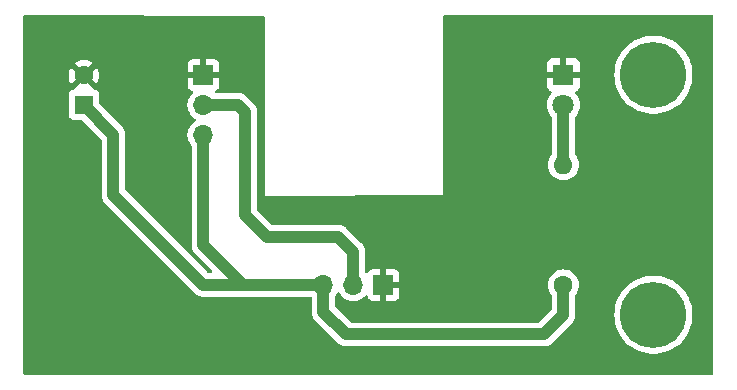
<source format=gbl>
%TF.GenerationSoftware,KiCad,Pcbnew,7.0.5*%
%TF.CreationDate,2024-01-18T15:15:24+01:00*%
%TF.ProjectId,vladislav,766c6164-6973-46c6-9176-2e6b69636164,rev?*%
%TF.SameCoordinates,Original*%
%TF.FileFunction,Copper,L2,Bot*%
%TF.FilePolarity,Positive*%
%FSLAX46Y46*%
G04 Gerber Fmt 4.6, Leading zero omitted, Abs format (unit mm)*
G04 Created by KiCad (PCBNEW 7.0.5) date 2024-01-18 15:15:24*
%MOMM*%
%LPD*%
G01*
G04 APERTURE LIST*
%TA.AperFunction,ComponentPad*%
%ADD10C,5.600000*%
%TD*%
%TA.AperFunction,ComponentPad*%
%ADD11R,1.700000X1.700000*%
%TD*%
%TA.AperFunction,ComponentPad*%
%ADD12O,1.700000X1.700000*%
%TD*%
%TA.AperFunction,ComponentPad*%
%ADD13C,1.600000*%
%TD*%
%TA.AperFunction,ComponentPad*%
%ADD14O,1.600000X1.600000*%
%TD*%
%TA.AperFunction,ComponentPad*%
%ADD15R,1.800000X1.800000*%
%TD*%
%TA.AperFunction,ComponentPad*%
%ADD16C,1.800000*%
%TD*%
%TA.AperFunction,ComponentPad*%
%ADD17R,1.600000X1.600000*%
%TD*%
%TA.AperFunction,Conductor*%
%ADD18C,1.000000*%
%TD*%
G04 APERTURE END LIST*
D10*
%TO.P,H2,1*%
%TO.N,N/C*%
X152400000Y-50800000D03*
%TD*%
%TO.P,H1,1*%
%TO.N,N/C*%
X152400000Y-71120000D03*
%TD*%
D11*
%TO.P,U1,1,GND*%
%TO.N,GND*%
X114300000Y-50800000D03*
D12*
%TO.P,U1,2,OUT*%
%TO.N,Net-(J1-Pin_2)*%
X114300000Y-53340000D03*
%TO.P,U1,3,Vs*%
%TO.N,+5V*%
X114300000Y-55880000D03*
%TD*%
D13*
%TO.P,R1,1*%
%TO.N,+5V*%
X144780000Y-68580000D03*
D14*
%TO.P,R1,2*%
%TO.N,Net-(D1-A)*%
X144780000Y-58420000D03*
%TD*%
D11*
%TO.P,J1,1,Pin_1*%
%TO.N,GND*%
X129540000Y-68580000D03*
D12*
%TO.P,J1,2,Pin_2*%
%TO.N,Net-(J1-Pin_2)*%
X127000000Y-68580000D03*
%TO.P,J1,3,Pin_3*%
%TO.N,+5V*%
X124460000Y-68580000D03*
%TD*%
D15*
%TO.P,D1,1,K*%
%TO.N,GND*%
X144780000Y-50800000D03*
D16*
%TO.P,D1,2,A*%
%TO.N,Net-(D1-A)*%
X144780000Y-53340000D03*
%TD*%
D17*
%TO.P,C1,1*%
%TO.N,+5V*%
X104180000Y-53340000D03*
D13*
%TO.P,C1,2*%
%TO.N,GND*%
X104180000Y-50840000D03*
%TD*%
D18*
%TO.N,+5V*%
X144780000Y-71120000D02*
X144780000Y-68580000D01*
X126380000Y-72780000D02*
X143120000Y-72780000D01*
X143120000Y-72780000D02*
X144780000Y-71120000D01*
X124460000Y-70860000D02*
X126380000Y-72780000D01*
X124460000Y-68580000D02*
X124460000Y-70860000D01*
X114300000Y-65250000D02*
X117630000Y-68580000D01*
X118800000Y-68580000D02*
X114300000Y-68580000D01*
X124460000Y-68580000D02*
X118800000Y-68580000D01*
X114300000Y-55880000D02*
X114300000Y-65250000D01*
X117630000Y-68580000D02*
X118800000Y-68580000D01*
X114300000Y-68580000D02*
X106680000Y-60960000D01*
X106680000Y-60960000D02*
X106680000Y-58420000D01*
%TO.N,Net-(J1-Pin_2)*%
X127000000Y-65786000D02*
X127000000Y-68580000D01*
X119666000Y-64516000D02*
X125730000Y-64516000D01*
X117221000Y-53340000D02*
X117856000Y-53975000D01*
X117856000Y-53975000D02*
X117856000Y-62706000D01*
X117856000Y-62706000D02*
X119666000Y-64516000D01*
X125730000Y-64516000D02*
X127000000Y-65786000D01*
X114300000Y-53340000D02*
X117221000Y-53340000D01*
%TO.N,+5V*%
X106680000Y-58420000D02*
X106680000Y-55880000D01*
X104180000Y-53380000D02*
X106680000Y-55880000D01*
X104180000Y-53340000D02*
X104180000Y-53380000D01*
%TO.N,GND*%
X104220000Y-50800000D02*
X104180000Y-50840000D01*
%TO.N,Net-(D1-A)*%
X144780000Y-58420000D02*
X144780000Y-53340000D01*
%TD*%
%TA.AperFunction,Conductor*%
%TO.N,GND*%
G36*
X157422539Y-45740185D02*
G01*
X157468294Y-45792989D01*
X157479500Y-45844500D01*
X157479500Y-76075500D01*
X157459815Y-76142539D01*
X157407011Y-76188294D01*
X157355500Y-76199500D01*
X99184500Y-76199500D01*
X99117461Y-76179815D01*
X99071706Y-76127011D01*
X99060500Y-76075500D01*
X99060500Y-50840002D01*
X102875034Y-50840002D01*
X102894858Y-51066599D01*
X102894860Y-51066610D01*
X102953730Y-51286317D01*
X102953734Y-51286326D01*
X103049865Y-51492481D01*
X103049866Y-51492483D01*
X103100973Y-51565471D01*
X103100974Y-51565472D01*
X103782046Y-50884399D01*
X103794835Y-50965148D01*
X103852359Y-51078045D01*
X103941955Y-51167641D01*
X104054852Y-51225165D01*
X104135599Y-51237953D01*
X103449351Y-51924200D01*
X103439505Y-51973194D01*
X103390889Y-52023376D01*
X103335367Y-52038048D01*
X103335423Y-52039099D01*
X103335429Y-52039146D01*
X103335426Y-52039146D01*
X103335436Y-52039324D01*
X103332123Y-52039501D01*
X103272516Y-52045908D01*
X103137671Y-52096202D01*
X103137664Y-52096206D01*
X103022455Y-52182452D01*
X103022452Y-52182455D01*
X102936206Y-52297664D01*
X102936202Y-52297671D01*
X102885908Y-52432517D01*
X102880527Y-52482575D01*
X102879501Y-52492123D01*
X102879500Y-52492135D01*
X102879500Y-54187870D01*
X102879501Y-54187876D01*
X102885908Y-54247483D01*
X102936202Y-54382328D01*
X102936206Y-54382335D01*
X103022452Y-54497544D01*
X103022455Y-54497547D01*
X103137664Y-54583793D01*
X103137671Y-54583797D01*
X103182618Y-54600561D01*
X103272517Y-54634091D01*
X103332127Y-54640500D01*
X103974216Y-54640499D01*
X104041255Y-54660183D01*
X104061897Y-54676818D01*
X105643181Y-56258101D01*
X105676666Y-56319424D01*
X105679500Y-56345782D01*
X105679500Y-58318259D01*
X105679499Y-60946506D01*
X105679479Y-60948075D01*
X105677243Y-61036361D01*
X105677243Y-61036370D01*
X105688064Y-61096739D01*
X105688718Y-61101404D01*
X105694925Y-61162430D01*
X105694927Y-61162444D01*
X105705208Y-61195213D01*
X105707079Y-61202837D01*
X105713142Y-61236652D01*
X105713142Y-61236655D01*
X105735894Y-61293612D01*
X105737474Y-61298051D01*
X105755841Y-61356588D01*
X105755844Y-61356595D01*
X105772509Y-61386619D01*
X105775879Y-61393714D01*
X105788622Y-61425614D01*
X105788627Y-61425624D01*
X105822377Y-61476833D01*
X105824818Y-61480863D01*
X105854588Y-61534498D01*
X105854589Y-61534499D01*
X105854591Y-61534502D01*
X105876968Y-61560567D01*
X105881693Y-61566835D01*
X105894263Y-61585906D01*
X105900598Y-61595519D01*
X105943978Y-61638899D01*
X105947169Y-61642343D01*
X105987131Y-61688892D01*
X105987134Y-61688895D01*
X106014294Y-61709918D01*
X106020190Y-61715111D01*
X113583005Y-69277926D01*
X113584070Y-69279017D01*
X113641500Y-69339433D01*
X113644940Y-69343052D01*
X113644947Y-69343058D01*
X113675877Y-69364584D01*
X113695295Y-69378100D01*
X113699050Y-69380932D01*
X113746593Y-69419698D01*
X113777045Y-69435604D01*
X113783756Y-69439671D01*
X113811951Y-69459295D01*
X113868332Y-69483490D01*
X113872567Y-69485501D01*
X113926951Y-69513909D01*
X113959973Y-69523356D01*
X113967365Y-69525989D01*
X113998940Y-69539539D01*
X113998941Y-69539540D01*
X114012054Y-69542234D01*
X114059055Y-69551892D01*
X114063595Y-69553006D01*
X114122582Y-69569886D01*
X114156841Y-69572494D01*
X114164609Y-69573585D01*
X114198255Y-69580500D01*
X114198259Y-69580500D01*
X114259601Y-69580500D01*
X114264308Y-69580678D01*
X114300651Y-69583446D01*
X114325475Y-69585337D01*
X114325475Y-69585336D01*
X114325476Y-69585337D01*
X114359559Y-69580996D01*
X114367389Y-69580500D01*
X117528259Y-69580500D01*
X117589601Y-69580500D01*
X117594308Y-69580678D01*
X117630651Y-69583446D01*
X117655475Y-69585337D01*
X117655475Y-69585336D01*
X117655476Y-69585337D01*
X117689559Y-69580996D01*
X117697389Y-69580500D01*
X118698259Y-69580500D01*
X123335500Y-69580500D01*
X123402539Y-69600185D01*
X123448294Y-69652989D01*
X123459500Y-69704500D01*
X123459500Y-70846506D01*
X123459480Y-70848076D01*
X123457243Y-70936362D01*
X123457243Y-70936370D01*
X123468064Y-70996739D01*
X123468718Y-71001404D01*
X123474925Y-71062430D01*
X123474927Y-71062444D01*
X123485208Y-71095213D01*
X123487079Y-71102837D01*
X123493142Y-71136652D01*
X123493142Y-71136655D01*
X123515894Y-71193612D01*
X123517474Y-71198051D01*
X123535841Y-71256588D01*
X123535844Y-71256595D01*
X123552509Y-71286619D01*
X123555879Y-71293714D01*
X123568622Y-71325614D01*
X123568627Y-71325624D01*
X123602377Y-71376833D01*
X123604818Y-71380863D01*
X123634588Y-71434498D01*
X123634589Y-71434499D01*
X123634591Y-71434502D01*
X123656968Y-71460567D01*
X123661693Y-71466835D01*
X123674263Y-71485906D01*
X123680598Y-71495519D01*
X123723978Y-71538899D01*
X123727169Y-71542343D01*
X123767131Y-71588892D01*
X123767130Y-71588892D01*
X123794299Y-71609923D01*
X123800186Y-71615107D01*
X125009157Y-72824077D01*
X125662987Y-73477907D01*
X125664052Y-73478998D01*
X125699252Y-73516028D01*
X125724940Y-73543052D01*
X125724947Y-73543058D01*
X125759053Y-73566795D01*
X125775303Y-73578106D01*
X125779044Y-73580926D01*
X125826593Y-73619698D01*
X125857045Y-73635604D01*
X125863758Y-73639672D01*
X125891951Y-73659295D01*
X125948329Y-73683489D01*
X125952578Y-73685507D01*
X126006951Y-73713909D01*
X126034489Y-73721788D01*
X126039974Y-73723358D01*
X126047368Y-73725990D01*
X126078942Y-73739540D01*
X126078945Y-73739540D01*
X126078946Y-73739541D01*
X126139022Y-73751887D01*
X126143600Y-73753010D01*
X126145704Y-73753612D01*
X126202582Y-73769887D01*
X126236839Y-73772495D01*
X126244614Y-73773586D01*
X126278255Y-73780500D01*
X126278259Y-73780500D01*
X126339598Y-73780500D01*
X126344304Y-73780678D01*
X126371595Y-73782757D01*
X126405475Y-73785337D01*
X126405475Y-73785336D01*
X126405476Y-73785337D01*
X126439559Y-73780996D01*
X126447389Y-73780500D01*
X143106507Y-73780500D01*
X143108069Y-73780519D01*
X143145283Y-73781462D01*
X143196358Y-73782757D01*
X143196358Y-73782756D01*
X143196363Y-73782757D01*
X143256753Y-73771932D01*
X143261412Y-73771280D01*
X143303607Y-73766988D01*
X143322438Y-73765074D01*
X143355227Y-73754786D01*
X143362840Y-73752918D01*
X143396653Y-73746858D01*
X143453621Y-73724101D01*
X143458053Y-73722524D01*
X143516588Y-73704159D01*
X143546627Y-73687484D01*
X143553708Y-73684122D01*
X143585617Y-73671377D01*
X143636854Y-73637608D01*
X143640851Y-73635187D01*
X143694502Y-73605409D01*
X143720568Y-73583030D01*
X143726843Y-73578300D01*
X143727145Y-73578101D01*
X143755519Y-73559402D01*
X143798917Y-73516002D01*
X143802336Y-73512834D01*
X143848895Y-73472866D01*
X143869931Y-73445688D01*
X143875101Y-73439818D01*
X145478001Y-71836918D01*
X145479014Y-71835931D01*
X145543053Y-71775059D01*
X145578112Y-71724686D01*
X145580925Y-71720957D01*
X145619698Y-71673407D01*
X145635609Y-71642945D01*
X145639668Y-71636246D01*
X145659295Y-71608049D01*
X145683489Y-71551667D01*
X145685495Y-71547443D01*
X145713910Y-71493049D01*
X145723359Y-71460020D01*
X145725996Y-71452615D01*
X145739540Y-71421058D01*
X145751894Y-71360938D01*
X145753003Y-71356422D01*
X145769887Y-71297418D01*
X145772495Y-71263155D01*
X145773587Y-71255376D01*
X145780500Y-71221739D01*
X145780500Y-71160401D01*
X145780679Y-71155692D01*
X145783397Y-71120000D01*
X149094652Y-71120000D01*
X149113087Y-71460022D01*
X149114028Y-71477368D01*
X149114029Y-71477385D01*
X149171926Y-71830539D01*
X149171932Y-71830565D01*
X149267672Y-72175392D01*
X149267674Y-72175399D01*
X149400142Y-72507870D01*
X149400151Y-72507888D01*
X149567784Y-72824077D01*
X149567790Y-72824086D01*
X149768634Y-73120309D01*
X149768641Y-73120319D01*
X150000331Y-73393085D01*
X150000332Y-73393086D01*
X150260163Y-73639211D01*
X150545081Y-73855800D01*
X150851747Y-74040315D01*
X150851749Y-74040316D01*
X150851751Y-74040317D01*
X150851755Y-74040319D01*
X151176552Y-74190585D01*
X151176565Y-74190591D01*
X151515726Y-74304868D01*
X151865254Y-74381805D01*
X152221052Y-74420500D01*
X152221058Y-74420500D01*
X152578942Y-74420500D01*
X152578948Y-74420500D01*
X152934746Y-74381805D01*
X153284274Y-74304868D01*
X153623435Y-74190591D01*
X153948253Y-74040315D01*
X154254919Y-73855800D01*
X154539837Y-73639211D01*
X154799668Y-73393086D01*
X155031365Y-73120311D01*
X155232211Y-72824085D01*
X155399853Y-72507880D01*
X155532324Y-72175403D01*
X155628071Y-71830552D01*
X155653834Y-71673407D01*
X155685970Y-71477385D01*
X155685970Y-71477382D01*
X155685972Y-71477371D01*
X155705348Y-71120000D01*
X155704417Y-71102837D01*
X155698665Y-70996739D01*
X155685972Y-70762629D01*
X155682573Y-70741898D01*
X155628073Y-70409460D01*
X155628072Y-70409459D01*
X155628071Y-70409448D01*
X155532324Y-70064597D01*
X155408585Y-69754035D01*
X155399857Y-69732129D01*
X155399848Y-69732111D01*
X155368028Y-69672093D01*
X155304896Y-69553012D01*
X155232215Y-69415922D01*
X155232213Y-69415919D01*
X155232211Y-69415915D01*
X155031365Y-69119689D01*
X155031361Y-69119684D01*
X155031358Y-69119680D01*
X154799668Y-68846914D01*
X154781812Y-68830000D01*
X154539837Y-68600789D01*
X154539830Y-68600783D01*
X154539827Y-68600781D01*
X154417921Y-68508111D01*
X154254919Y-68384200D01*
X153948253Y-68199685D01*
X153948252Y-68199684D01*
X153948248Y-68199682D01*
X153948244Y-68199680D01*
X153623447Y-68049414D01*
X153623441Y-68049411D01*
X153623435Y-68049409D01*
X153453854Y-67992270D01*
X153284273Y-67935131D01*
X152934744Y-67858194D01*
X152578949Y-67819500D01*
X152578948Y-67819500D01*
X152221052Y-67819500D01*
X152221050Y-67819500D01*
X151865255Y-67858194D01*
X151515726Y-67935131D01*
X151259970Y-68021306D01*
X151176565Y-68049409D01*
X151176562Y-68049410D01*
X151176563Y-68049410D01*
X151176552Y-68049414D01*
X150851755Y-68199680D01*
X150851751Y-68199682D01*
X150769449Y-68249202D01*
X150545081Y-68384200D01*
X150456768Y-68451333D01*
X150260172Y-68600781D01*
X150260163Y-68600789D01*
X150000331Y-68846914D01*
X149768641Y-69119680D01*
X149768634Y-69119690D01*
X149567790Y-69415913D01*
X149567784Y-69415922D01*
X149400151Y-69732111D01*
X149400142Y-69732129D01*
X149267674Y-70064600D01*
X149267672Y-70064607D01*
X149171932Y-70409434D01*
X149171926Y-70409460D01*
X149114029Y-70762614D01*
X149114028Y-70762631D01*
X149095583Y-71102837D01*
X149094652Y-71120000D01*
X145783397Y-71120000D01*
X145785337Y-71094525D01*
X145780997Y-71060441D01*
X145780500Y-71052602D01*
X145780500Y-69457588D01*
X145800185Y-69390549D01*
X145802925Y-69386465D01*
X145910568Y-69232734D01*
X146006739Y-69026496D01*
X146065635Y-68806692D01*
X146085468Y-68580000D01*
X146065635Y-68353308D01*
X146006739Y-68133504D01*
X145910568Y-67927266D01*
X145780047Y-67740861D01*
X145780045Y-67740858D01*
X145619141Y-67579954D01*
X145432734Y-67449432D01*
X145432732Y-67449431D01*
X145226497Y-67353261D01*
X145226488Y-67353258D01*
X145006697Y-67294366D01*
X145006693Y-67294365D01*
X145006692Y-67294365D01*
X145006691Y-67294364D01*
X145006686Y-67294364D01*
X144780002Y-67274532D01*
X144779998Y-67274532D01*
X144553313Y-67294364D01*
X144553302Y-67294366D01*
X144333511Y-67353258D01*
X144333502Y-67353261D01*
X144127267Y-67449431D01*
X144127265Y-67449432D01*
X143940858Y-67579954D01*
X143779954Y-67740858D01*
X143649432Y-67927265D01*
X143649431Y-67927267D01*
X143553261Y-68133502D01*
X143553258Y-68133511D01*
X143494366Y-68353302D01*
X143494364Y-68353313D01*
X143474532Y-68579998D01*
X143474532Y-68580001D01*
X143494364Y-68806686D01*
X143494366Y-68806697D01*
X143553258Y-69026488D01*
X143553261Y-69026497D01*
X143596718Y-69119689D01*
X143649432Y-69232734D01*
X143753200Y-69380932D01*
X143757075Y-69386465D01*
X143779402Y-69452671D01*
X143779500Y-69457588D01*
X143779500Y-70654217D01*
X143759815Y-70721256D01*
X143743181Y-70741898D01*
X142741899Y-71743181D01*
X142680576Y-71776666D01*
X142654218Y-71779500D01*
X126845783Y-71779500D01*
X126778744Y-71759815D01*
X126758102Y-71743181D01*
X125496819Y-70481898D01*
X125463334Y-70420575D01*
X125460500Y-70394217D01*
X125460500Y-69540757D01*
X125480185Y-69473718D01*
X125496822Y-69453073D01*
X125498495Y-69451401D01*
X125628424Y-69265842D01*
X125683002Y-69222217D01*
X125752500Y-69215023D01*
X125814855Y-69246546D01*
X125831575Y-69265842D01*
X125950441Y-69435601D01*
X125961505Y-69451401D01*
X126128599Y-69618495D01*
X126205135Y-69672086D01*
X126322165Y-69754032D01*
X126322167Y-69754033D01*
X126322170Y-69754035D01*
X126536337Y-69853903D01*
X126764592Y-69915063D01*
X126935319Y-69930000D01*
X126999999Y-69935659D01*
X127000000Y-69935659D01*
X127000001Y-69935659D01*
X127064681Y-69930000D01*
X127235408Y-69915063D01*
X127463663Y-69853903D01*
X127677830Y-69754035D01*
X127871401Y-69618495D01*
X127993717Y-69496178D01*
X128055036Y-69462696D01*
X128124728Y-69467680D01*
X128180662Y-69509551D01*
X128197577Y-69540528D01*
X128246646Y-69672088D01*
X128246649Y-69672093D01*
X128332809Y-69787187D01*
X128332812Y-69787190D01*
X128447906Y-69873350D01*
X128447913Y-69873354D01*
X128582620Y-69923596D01*
X128582627Y-69923598D01*
X128642155Y-69929999D01*
X128642172Y-69930000D01*
X129290000Y-69930000D01*
X129289999Y-69015501D01*
X129397685Y-69064680D01*
X129504237Y-69080000D01*
X129575763Y-69080000D01*
X129682315Y-69064680D01*
X129790000Y-69015501D01*
X129790000Y-69930000D01*
X130437828Y-69930000D01*
X130437844Y-69929999D01*
X130497372Y-69923598D01*
X130497379Y-69923596D01*
X130632086Y-69873354D01*
X130632093Y-69873350D01*
X130747187Y-69787190D01*
X130747190Y-69787187D01*
X130833350Y-69672093D01*
X130833354Y-69672086D01*
X130883596Y-69537379D01*
X130883598Y-69537372D01*
X130889999Y-69477844D01*
X130890000Y-69477827D01*
X130890000Y-68830000D01*
X129973686Y-68830000D01*
X129999493Y-68789844D01*
X130040000Y-68651889D01*
X130040000Y-68508111D01*
X129999493Y-68370156D01*
X129973686Y-68330000D01*
X130890000Y-68330000D01*
X130890000Y-67682172D01*
X130889999Y-67682155D01*
X130883598Y-67622627D01*
X130883596Y-67622620D01*
X130833354Y-67487913D01*
X130833350Y-67487906D01*
X130747190Y-67372812D01*
X130747187Y-67372809D01*
X130632093Y-67286649D01*
X130632086Y-67286645D01*
X130497379Y-67236403D01*
X130497372Y-67236401D01*
X130437844Y-67230000D01*
X129790000Y-67230000D01*
X129790000Y-68144498D01*
X129682315Y-68095320D01*
X129575763Y-68080000D01*
X129504237Y-68080000D01*
X129397685Y-68095320D01*
X129289999Y-68144498D01*
X129290000Y-67230000D01*
X128642155Y-67230000D01*
X128582627Y-67236401D01*
X128582620Y-67236403D01*
X128447913Y-67286645D01*
X128447906Y-67286649D01*
X128332812Y-67372809D01*
X128332809Y-67372812D01*
X128246649Y-67487906D01*
X128246643Y-67487917D01*
X128240681Y-67503903D01*
X128198810Y-67559837D01*
X128133345Y-67584253D01*
X128065072Y-67569401D01*
X128015667Y-67519995D01*
X128000500Y-67460569D01*
X128000500Y-65799452D01*
X128000520Y-65797881D01*
X128002756Y-65709637D01*
X127991932Y-65649247D01*
X127991282Y-65644617D01*
X127985074Y-65583562D01*
X127974790Y-65550786D01*
X127972917Y-65543154D01*
X127968140Y-65516500D01*
X127966858Y-65509347D01*
X127948733Y-65463973D01*
X127944102Y-65452378D01*
X127942521Y-65447937D01*
X127933886Y-65420416D01*
X127924159Y-65389412D01*
X127924158Y-65389410D01*
X127924157Y-65389407D01*
X127907488Y-65359378D01*
X127904117Y-65352278D01*
X127893768Y-65326370D01*
X127891377Y-65320383D01*
X127857620Y-65269163D01*
X127855180Y-65265134D01*
X127839721Y-65237284D01*
X127825409Y-65211498D01*
X127825407Y-65211495D01*
X127803033Y-65185434D01*
X127798302Y-65179159D01*
X127779402Y-65150481D01*
X127736012Y-65107091D01*
X127732822Y-65103648D01*
X127692867Y-65057106D01*
X127692863Y-65057102D01*
X127665698Y-65036074D01*
X127659811Y-65030890D01*
X126447010Y-63818090D01*
X126445914Y-63816966D01*
X126385061Y-63752949D01*
X126385060Y-63752948D01*
X126385059Y-63752947D01*
X126357204Y-63733559D01*
X126334709Y-63717902D01*
X126330946Y-63715064D01*
X126283413Y-63676305D01*
X126283406Y-63676300D01*
X126252959Y-63660397D01*
X126246251Y-63656334D01*
X126218049Y-63636705D01*
X126218046Y-63636703D01*
X126218045Y-63636703D01*
X126218041Y-63636701D01*
X126161680Y-63612514D01*
X126157424Y-63610493D01*
X126103057Y-63582094D01*
X126103050Y-63582091D01*
X126103049Y-63582091D01*
X126097008Y-63580362D01*
X126070030Y-63572642D01*
X126062630Y-63570008D01*
X126031057Y-63556459D01*
X126031058Y-63556459D01*
X125970966Y-63544109D01*
X125966391Y-63542986D01*
X125907420Y-63526113D01*
X125907425Y-63526113D01*
X125873158Y-63523503D01*
X125865380Y-63522412D01*
X125831742Y-63515500D01*
X125831741Y-63515500D01*
X125770402Y-63515500D01*
X125765695Y-63515321D01*
X125760121Y-63514896D01*
X125704524Y-63510662D01*
X125684589Y-63513201D01*
X125670440Y-63515003D01*
X125662611Y-63515500D01*
X120131782Y-63515500D01*
X120064743Y-63495815D01*
X120044101Y-63479181D01*
X119473350Y-62908430D01*
X118892816Y-62327895D01*
X118859333Y-62266575D01*
X118856499Y-62240226D01*
X118856500Y-53988490D01*
X118856520Y-53986921D01*
X118858757Y-53898641D01*
X118858756Y-53898640D01*
X118858757Y-53898637D01*
X118847933Y-53838253D01*
X118847280Y-53833587D01*
X118843488Y-53796300D01*
X118841074Y-53772562D01*
X118830788Y-53739780D01*
X118828918Y-53732166D01*
X118822858Y-53698348D01*
X118800092Y-53641352D01*
X118798527Y-53636955D01*
X118780159Y-53578412D01*
X118778494Y-53575413D01*
X118763491Y-53548382D01*
X118760120Y-53541284D01*
X118747378Y-53509383D01*
X118713605Y-53458139D01*
X118711183Y-53454142D01*
X118681409Y-53400498D01*
X118659034Y-53374434D01*
X118654306Y-53368163D01*
X118635404Y-53339484D01*
X118635399Y-53339478D01*
X118613715Y-53317795D01*
X118592019Y-53296099D01*
X118588828Y-53292655D01*
X118548865Y-53246104D01*
X118521694Y-53225072D01*
X118515807Y-53219887D01*
X117937973Y-52642053D01*
X117936915Y-52640967D01*
X117876061Y-52576949D01*
X117876060Y-52576948D01*
X117876059Y-52576947D01*
X117848204Y-52557559D01*
X117825709Y-52541902D01*
X117821946Y-52539064D01*
X117774413Y-52500305D01*
X117774406Y-52500300D01*
X117743959Y-52484397D01*
X117737251Y-52480334D01*
X117709049Y-52460705D01*
X117709046Y-52460703D01*
X117709045Y-52460703D01*
X117709041Y-52460701D01*
X117652680Y-52436514D01*
X117648424Y-52434493D01*
X117594057Y-52406094D01*
X117594050Y-52406091D01*
X117594049Y-52406091D01*
X117588008Y-52404362D01*
X117561030Y-52396642D01*
X117553630Y-52394008D01*
X117522057Y-52380459D01*
X117522058Y-52380459D01*
X117461966Y-52368109D01*
X117457391Y-52366986D01*
X117398420Y-52350113D01*
X117398425Y-52350113D01*
X117364158Y-52347503D01*
X117356380Y-52346412D01*
X117322742Y-52339500D01*
X117322741Y-52339500D01*
X117261402Y-52339500D01*
X117256695Y-52339321D01*
X117251121Y-52338896D01*
X117195524Y-52334662D01*
X117175589Y-52337201D01*
X117161440Y-52339003D01*
X117153611Y-52339500D01*
X115419430Y-52339500D01*
X115352391Y-52319815D01*
X115306636Y-52267011D01*
X115296692Y-52197853D01*
X115325717Y-52134297D01*
X115376097Y-52099318D01*
X115392086Y-52093354D01*
X115392093Y-52093350D01*
X115507187Y-52007190D01*
X115507190Y-52007187D01*
X115593350Y-51892093D01*
X115593354Y-51892086D01*
X115643596Y-51757379D01*
X115643598Y-51757372D01*
X115649999Y-51697844D01*
X115650000Y-51697827D01*
X115650000Y-51050000D01*
X114733686Y-51050000D01*
X114759493Y-51009844D01*
X114800000Y-50871889D01*
X114800000Y-50728111D01*
X114759493Y-50590156D01*
X114733686Y-50550000D01*
X115649999Y-50550000D01*
X115650000Y-49902172D01*
X115649999Y-49902155D01*
X115643598Y-49842627D01*
X115643596Y-49842620D01*
X115593354Y-49707913D01*
X115593350Y-49707906D01*
X115507190Y-49592812D01*
X115507187Y-49592809D01*
X115392093Y-49506649D01*
X115392086Y-49506645D01*
X115257379Y-49456403D01*
X115257372Y-49456401D01*
X115197844Y-49450000D01*
X114550000Y-49450000D01*
X114550000Y-50364498D01*
X114442315Y-50315320D01*
X114335763Y-50300000D01*
X114264237Y-50300000D01*
X114157685Y-50315320D01*
X114050000Y-50364498D01*
X114050000Y-49450000D01*
X113402155Y-49450000D01*
X113342627Y-49456401D01*
X113342620Y-49456403D01*
X113207913Y-49506645D01*
X113207906Y-49506649D01*
X113092812Y-49592809D01*
X113092809Y-49592812D01*
X113006649Y-49707906D01*
X113006645Y-49707913D01*
X112956403Y-49842620D01*
X112956401Y-49842627D01*
X112950000Y-49902155D01*
X112950000Y-50550000D01*
X113866314Y-50550000D01*
X113840507Y-50590156D01*
X113800000Y-50728111D01*
X113800000Y-50871889D01*
X113840507Y-51009844D01*
X113866314Y-51050000D01*
X112950000Y-51050000D01*
X112950000Y-51697844D01*
X112956401Y-51757372D01*
X112956403Y-51757379D01*
X113006645Y-51892086D01*
X113006649Y-51892093D01*
X113092809Y-52007187D01*
X113092812Y-52007190D01*
X113207906Y-52093350D01*
X113207913Y-52093354D01*
X113339470Y-52142421D01*
X113395403Y-52184292D01*
X113419821Y-52249756D01*
X113404970Y-52318029D01*
X113383819Y-52346284D01*
X113261503Y-52468600D01*
X113125965Y-52662169D01*
X113125964Y-52662171D01*
X113026098Y-52876335D01*
X113026094Y-52876344D01*
X112964938Y-53104586D01*
X112964936Y-53104596D01*
X112944341Y-53339999D01*
X112944341Y-53340000D01*
X112964936Y-53575403D01*
X112964938Y-53575413D01*
X113026094Y-53803655D01*
X113026096Y-53803659D01*
X113026097Y-53803663D01*
X113070386Y-53898641D01*
X113125965Y-54017830D01*
X113125967Y-54017834D01*
X113183851Y-54100500D01*
X113255725Y-54203147D01*
X113261501Y-54211395D01*
X113261506Y-54211402D01*
X113428597Y-54378493D01*
X113428603Y-54378498D01*
X113614158Y-54508425D01*
X113657783Y-54563002D01*
X113664977Y-54632500D01*
X113633454Y-54694855D01*
X113614158Y-54711575D01*
X113428597Y-54841505D01*
X113261505Y-55008597D01*
X113125965Y-55202169D01*
X113125964Y-55202171D01*
X113026098Y-55416335D01*
X113026094Y-55416344D01*
X112964938Y-55644586D01*
X112964936Y-55644596D01*
X112944341Y-55879999D01*
X112944341Y-55880000D01*
X112964936Y-56115403D01*
X112964938Y-56115413D01*
X113026094Y-56343655D01*
X113026096Y-56343659D01*
X113026097Y-56343663D01*
X113125965Y-56557829D01*
X113125965Y-56557830D01*
X113125967Y-56557834D01*
X113261501Y-56751395D01*
X113261506Y-56751402D01*
X113263180Y-56753076D01*
X113263681Y-56753993D01*
X113264982Y-56755544D01*
X113264670Y-56755805D01*
X113296665Y-56814399D01*
X113299499Y-56840757D01*
X113299499Y-65236506D01*
X113299479Y-65238075D01*
X113297243Y-65326361D01*
X113297243Y-65326370D01*
X113308064Y-65386739D01*
X113308718Y-65391404D01*
X113314925Y-65452430D01*
X113314927Y-65452444D01*
X113325208Y-65485213D01*
X113327079Y-65492837D01*
X113333142Y-65526652D01*
X113333142Y-65526655D01*
X113348710Y-65565629D01*
X113355875Y-65583566D01*
X113355894Y-65583612D01*
X113357474Y-65588051D01*
X113375841Y-65646588D01*
X113375844Y-65646595D01*
X113392509Y-65676619D01*
X113395879Y-65683714D01*
X113408622Y-65715614D01*
X113408627Y-65715624D01*
X113442377Y-65766833D01*
X113444818Y-65770863D01*
X113474588Y-65824498D01*
X113474589Y-65824499D01*
X113474591Y-65824502D01*
X113496968Y-65850567D01*
X113501693Y-65856835D01*
X113514263Y-65875906D01*
X113520598Y-65885519D01*
X113563978Y-65928899D01*
X113567169Y-65932343D01*
X113607131Y-65978892D01*
X113607130Y-65978892D01*
X113634299Y-65999923D01*
X113640186Y-66005107D01*
X114859420Y-67224341D01*
X115002898Y-67367819D01*
X115036383Y-67429142D01*
X115031399Y-67498834D01*
X114989527Y-67554767D01*
X114924063Y-67579184D01*
X114915217Y-67579500D01*
X114765783Y-67579500D01*
X114698744Y-67559815D01*
X114678102Y-67543181D01*
X107716819Y-60581898D01*
X107683334Y-60520575D01*
X107680500Y-60494217D01*
X107680500Y-55893491D01*
X107680520Y-55891921D01*
X107682757Y-55803641D01*
X107682756Y-55803640D01*
X107682757Y-55803637D01*
X107671933Y-55743249D01*
X107671280Y-55738587D01*
X107665074Y-55677563D01*
X107665074Y-55677562D01*
X107654784Y-55644768D01*
X107652917Y-55637155D01*
X107646858Y-55603347D01*
X107646857Y-55603345D01*
X107624102Y-55546379D01*
X107622521Y-55541938D01*
X107604157Y-55483407D01*
X107587488Y-55453378D01*
X107584117Y-55446278D01*
X107571378Y-55414386D01*
X107571377Y-55414383D01*
X107537620Y-55363163D01*
X107535180Y-55359134D01*
X107524379Y-55339675D01*
X107505409Y-55305498D01*
X107505407Y-55305495D01*
X107483033Y-55279434D01*
X107478302Y-55273159D01*
X107459402Y-55244481D01*
X107416012Y-55201091D01*
X107412822Y-55197648D01*
X107372867Y-55151106D01*
X107372863Y-55151102D01*
X107345698Y-55130074D01*
X107339803Y-55124882D01*
X105516818Y-53301897D01*
X105483333Y-53240574D01*
X105480499Y-53214216D01*
X105480499Y-52492129D01*
X105480498Y-52492123D01*
X105480497Y-52492116D01*
X105474421Y-52435583D01*
X105474091Y-52432516D01*
X105423797Y-52297671D01*
X105423793Y-52297664D01*
X105337547Y-52182455D01*
X105337544Y-52182452D01*
X105222335Y-52096206D01*
X105222328Y-52096202D01*
X105087482Y-52045908D01*
X105087483Y-52045908D01*
X105027883Y-52039501D01*
X105027881Y-52039500D01*
X105027873Y-52039500D01*
X105027864Y-52039500D01*
X105024548Y-52039322D01*
X105024627Y-52037847D01*
X104963215Y-52019815D01*
X104917460Y-51967011D01*
X104909969Y-51923522D01*
X104224401Y-51237953D01*
X104305148Y-51225165D01*
X104418045Y-51167641D01*
X104507641Y-51078045D01*
X104565165Y-50965148D01*
X104577953Y-50884399D01*
X105259025Y-51565472D01*
X105310136Y-51492478D01*
X105406264Y-51286331D01*
X105406269Y-51286317D01*
X105465139Y-51066610D01*
X105465141Y-51066599D01*
X105484966Y-50840002D01*
X105484966Y-50839997D01*
X105465141Y-50613400D01*
X105465139Y-50613389D01*
X105406269Y-50393682D01*
X105406265Y-50393673D01*
X105310133Y-50187516D01*
X105310131Y-50187512D01*
X105259025Y-50114526D01*
X104577953Y-50795598D01*
X104565165Y-50714852D01*
X104507641Y-50601955D01*
X104418045Y-50512359D01*
X104305148Y-50454835D01*
X104224400Y-50442046D01*
X104905472Y-49760974D01*
X104905471Y-49760973D01*
X104832483Y-49709866D01*
X104832481Y-49709865D01*
X104626326Y-49613734D01*
X104626317Y-49613730D01*
X104406610Y-49554860D01*
X104406599Y-49554858D01*
X104180002Y-49535034D01*
X104179998Y-49535034D01*
X103953400Y-49554858D01*
X103953389Y-49554860D01*
X103733682Y-49613730D01*
X103733673Y-49613734D01*
X103527513Y-49709868D01*
X103454527Y-49760972D01*
X103454526Y-49760973D01*
X104135600Y-50442046D01*
X104054852Y-50454835D01*
X103941955Y-50512359D01*
X103852359Y-50601955D01*
X103794835Y-50714852D01*
X103782046Y-50795599D01*
X103100973Y-50114526D01*
X103100972Y-50114527D01*
X103049868Y-50187513D01*
X102953734Y-50393673D01*
X102953730Y-50393682D01*
X102894860Y-50613389D01*
X102894858Y-50613400D01*
X102875034Y-50839997D01*
X102875034Y-50840002D01*
X99060500Y-50840002D01*
X99060500Y-45845110D01*
X99080185Y-45778071D01*
X99132989Y-45732316D01*
X99185105Y-45721111D01*
X119396109Y-45819893D01*
X119463049Y-45839905D01*
X119508545Y-45892932D01*
X119519500Y-45943892D01*
X119519500Y-61035912D01*
X119519296Y-61036963D01*
X119519460Y-61060206D01*
X119519586Y-61060541D01*
X119519998Y-61060540D01*
X119520000Y-61060541D01*
X119520001Y-61060540D01*
X119543851Y-61060501D01*
X119544655Y-61060336D01*
X134614309Y-60960537D01*
X134619999Y-60960540D01*
X134620000Y-60960541D01*
X134620000Y-60960540D01*
X134620407Y-60960541D01*
X134620541Y-60960181D01*
X134620540Y-60959997D01*
X134620541Y-60959996D01*
X134620540Y-60959994D01*
X134620500Y-60948563D01*
X134620500Y-53340006D01*
X143374700Y-53340006D01*
X143393864Y-53571297D01*
X143393866Y-53571308D01*
X143450842Y-53796300D01*
X143544075Y-54008848D01*
X143671016Y-54203147D01*
X143671019Y-54203151D01*
X143671021Y-54203153D01*
X143746731Y-54285396D01*
X143777652Y-54348049D01*
X143779500Y-54369377D01*
X143779500Y-57542410D01*
X143759815Y-57609449D01*
X143757076Y-57613532D01*
X143649431Y-57767267D01*
X143553261Y-57973502D01*
X143553258Y-57973511D01*
X143494366Y-58193302D01*
X143494364Y-58193313D01*
X143474532Y-58419998D01*
X143474532Y-58420001D01*
X143494364Y-58646686D01*
X143494366Y-58646697D01*
X143553258Y-58866488D01*
X143553261Y-58866497D01*
X143649431Y-59072732D01*
X143649432Y-59072734D01*
X143779954Y-59259141D01*
X143940858Y-59420045D01*
X143940861Y-59420047D01*
X144127266Y-59550568D01*
X144333504Y-59646739D01*
X144553308Y-59705635D01*
X144715230Y-59719801D01*
X144779998Y-59725468D01*
X144780000Y-59725468D01*
X144780002Y-59725468D01*
X144836673Y-59720509D01*
X145006692Y-59705635D01*
X145226496Y-59646739D01*
X145432734Y-59550568D01*
X145619139Y-59420047D01*
X145780047Y-59259139D01*
X145910568Y-59072734D01*
X146006739Y-58866496D01*
X146065635Y-58646692D01*
X146085468Y-58420000D01*
X146065635Y-58193308D01*
X146006739Y-57973504D01*
X145910568Y-57767266D01*
X145802924Y-57613532D01*
X145780597Y-57547326D01*
X145780500Y-57542410D01*
X145780500Y-54369377D01*
X145800185Y-54302338D01*
X145813264Y-54285401D01*
X145888979Y-54203153D01*
X146015924Y-54008849D01*
X146109157Y-53796300D01*
X146166134Y-53571305D01*
X146166135Y-53571297D01*
X146185300Y-53340006D01*
X146185300Y-53339993D01*
X146166135Y-53108702D01*
X146166133Y-53108691D01*
X146109157Y-52883699D01*
X146015924Y-52671151D01*
X145888981Y-52476849D01*
X145793832Y-52373489D01*
X145762910Y-52310835D01*
X145770770Y-52241409D01*
X145814918Y-52187253D01*
X145841730Y-52173325D01*
X145922084Y-52143355D01*
X145922093Y-52143350D01*
X146037187Y-52057190D01*
X146037190Y-52057187D01*
X146123350Y-51942093D01*
X146123354Y-51942086D01*
X146173596Y-51807379D01*
X146173598Y-51807372D01*
X146179999Y-51747844D01*
X146180000Y-51747827D01*
X146180000Y-51050000D01*
X145155278Y-51050000D01*
X145203625Y-50966260D01*
X145233810Y-50834008D01*
X145231262Y-50800002D01*
X149094652Y-50800002D01*
X149114028Y-51157368D01*
X149114029Y-51157385D01*
X149171926Y-51510539D01*
X149171932Y-51510565D01*
X149267672Y-51855392D01*
X149267674Y-51855399D01*
X149400142Y-52187870D01*
X149400151Y-52187888D01*
X149567784Y-52504077D01*
X149567787Y-52504082D01*
X149567789Y-52504085D01*
X149681062Y-52671151D01*
X149768634Y-52800309D01*
X149768641Y-52800319D01*
X149839465Y-52883699D01*
X150000332Y-53073086D01*
X150260163Y-53319211D01*
X150545081Y-53535800D01*
X150851747Y-53720315D01*
X150851749Y-53720316D01*
X150851751Y-53720317D01*
X150851755Y-53720319D01*
X151106669Y-53838254D01*
X151176565Y-53870591D01*
X151515726Y-53984868D01*
X151865254Y-54061805D01*
X152221052Y-54100500D01*
X152221058Y-54100500D01*
X152578942Y-54100500D01*
X152578948Y-54100500D01*
X152934746Y-54061805D01*
X153284274Y-53984868D01*
X153623435Y-53870591D01*
X153948253Y-53720315D01*
X154254919Y-53535800D01*
X154539837Y-53319211D01*
X154799668Y-53073086D01*
X155031365Y-52800311D01*
X155232211Y-52504085D01*
X155399853Y-52187880D01*
X155532324Y-51855403D01*
X155628071Y-51510552D01*
X155664831Y-51286326D01*
X155685970Y-51157385D01*
X155685970Y-51157382D01*
X155685972Y-51157371D01*
X155705348Y-50800000D01*
X155685972Y-50442629D01*
X155677341Y-50389984D01*
X155628073Y-50089460D01*
X155628072Y-50089459D01*
X155628071Y-50089448D01*
X155559540Y-49842620D01*
X155532327Y-49744607D01*
X155532325Y-49744600D01*
X155518485Y-49709865D01*
X155456725Y-49554858D01*
X155399857Y-49412129D01*
X155399848Y-49412111D01*
X155232215Y-49095922D01*
X155232213Y-49095919D01*
X155232211Y-49095915D01*
X155031365Y-48799689D01*
X155031361Y-48799684D01*
X155031358Y-48799680D01*
X154799668Y-48526914D01*
X154799667Y-48526913D01*
X154539837Y-48280789D01*
X154539830Y-48280783D01*
X154539827Y-48280781D01*
X154472245Y-48229407D01*
X154254919Y-48064200D01*
X153948253Y-47879685D01*
X153948252Y-47879684D01*
X153948248Y-47879682D01*
X153948244Y-47879680D01*
X153623447Y-47729414D01*
X153623441Y-47729411D01*
X153623435Y-47729409D01*
X153453854Y-47672270D01*
X153284273Y-47615131D01*
X152934744Y-47538194D01*
X152578949Y-47499500D01*
X152578948Y-47499500D01*
X152221052Y-47499500D01*
X152221050Y-47499500D01*
X151865255Y-47538194D01*
X151515726Y-47615131D01*
X151259970Y-47701306D01*
X151176565Y-47729409D01*
X151176562Y-47729410D01*
X151176563Y-47729410D01*
X151176552Y-47729414D01*
X150851755Y-47879680D01*
X150851751Y-47879682D01*
X150623367Y-48017096D01*
X150545081Y-48064200D01*
X150456768Y-48131333D01*
X150260172Y-48280781D01*
X150260163Y-48280789D01*
X150000331Y-48526914D01*
X149768641Y-48799680D01*
X149768634Y-48799690D01*
X149567790Y-49095913D01*
X149567784Y-49095922D01*
X149400151Y-49412111D01*
X149400142Y-49412129D01*
X149267674Y-49744600D01*
X149267672Y-49744607D01*
X149171932Y-50089434D01*
X149171926Y-50089460D01*
X149114029Y-50442614D01*
X149114028Y-50442631D01*
X149094652Y-50799997D01*
X149094652Y-50800002D01*
X145231262Y-50800002D01*
X145223673Y-50698735D01*
X145174113Y-50572459D01*
X145156203Y-50550000D01*
X146180000Y-50550000D01*
X146180000Y-49852172D01*
X146179999Y-49852155D01*
X146173598Y-49792627D01*
X146173596Y-49792620D01*
X146123354Y-49657913D01*
X146123350Y-49657906D01*
X146037190Y-49542812D01*
X146037187Y-49542809D01*
X145922093Y-49456649D01*
X145922086Y-49456645D01*
X145787379Y-49406403D01*
X145787372Y-49406401D01*
X145727844Y-49400000D01*
X145030000Y-49400000D01*
X145030000Y-50425810D01*
X144977453Y-50389984D01*
X144847827Y-50350000D01*
X144746276Y-50350000D01*
X144645862Y-50365135D01*
X144530000Y-50420931D01*
X144530000Y-49400000D01*
X143832155Y-49400000D01*
X143772627Y-49406401D01*
X143772620Y-49406403D01*
X143637913Y-49456645D01*
X143637906Y-49456649D01*
X143522812Y-49542809D01*
X143522809Y-49542812D01*
X143436649Y-49657906D01*
X143436645Y-49657913D01*
X143386403Y-49792620D01*
X143386401Y-49792627D01*
X143380000Y-49852155D01*
X143380000Y-50550000D01*
X144404722Y-50550000D01*
X144356375Y-50633740D01*
X144326190Y-50765992D01*
X144336327Y-50901265D01*
X144385887Y-51027541D01*
X144403797Y-51050000D01*
X143380000Y-51050000D01*
X143380000Y-51747844D01*
X143386401Y-51807372D01*
X143386403Y-51807379D01*
X143436645Y-51942086D01*
X143436649Y-51942093D01*
X143522809Y-52057187D01*
X143522812Y-52057190D01*
X143637906Y-52143350D01*
X143637913Y-52143354D01*
X143718270Y-52173325D01*
X143774204Y-52215196D01*
X143798621Y-52280660D01*
X143783770Y-52348933D01*
X143766168Y-52373489D01*
X143736157Y-52406090D01*
X143671021Y-52476847D01*
X143671019Y-52476848D01*
X143671016Y-52476853D01*
X143544075Y-52671151D01*
X143450842Y-52883699D01*
X143393866Y-53108691D01*
X143393864Y-53108702D01*
X143374700Y-53339993D01*
X143374700Y-53340006D01*
X134620500Y-53340006D01*
X134620500Y-45844500D01*
X134640185Y-45777461D01*
X134692989Y-45731706D01*
X134744500Y-45720500D01*
X157355500Y-45720500D01*
X157422539Y-45740185D01*
G37*
%TD.AperFunction*%
%TD*%
M02*

</source>
